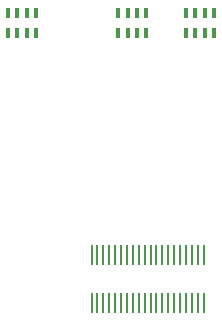
<source format=gbr>
%TF.GenerationSoftware,KiCad,Pcbnew,5.1.10-88a1d61d58~88~ubuntu20.04.1*%
%TF.CreationDate,2021-05-19T13:37:25+03:00*%
%TF.ProjectId,isc0901b0-breakout,69736330-3930-4316-9230-2d627265616b,rev2*%
%TF.SameCoordinates,Original*%
%TF.FileFunction,Paste,Top*%
%TF.FilePolarity,Positive*%
%FSLAX46Y46*%
G04 Gerber Fmt 4.6, Leading zero omitted, Abs format (unit mm)*
G04 Created by KiCad (PCBNEW 5.1.10-88a1d61d58~88~ubuntu20.04.1) date 2021-05-19 13:37:25*
%MOMM*%
%LPD*%
G01*
G04 APERTURE LIST*
%ADD10R,0.400000X0.900000*%
%ADD11R,0.250000X1.800000*%
G04 APERTURE END LIST*
D10*
%TO.C,RN3*%
X72200000Y-105550000D03*
X71400000Y-105550000D03*
X70600000Y-105550000D03*
X69800000Y-105550000D03*
X72200000Y-107250000D03*
X69800000Y-107250000D03*
X71400000Y-107250000D03*
X70600000Y-107250000D03*
%TD*%
%TO.C,RN2*%
X66450000Y-105550000D03*
X65650000Y-105550000D03*
X64850000Y-105550000D03*
X64050000Y-105550000D03*
X66450000Y-107250000D03*
X64050000Y-107250000D03*
X65650000Y-107250000D03*
X64850000Y-107250000D03*
%TD*%
%TO.C,RN1*%
X57100000Y-105550000D03*
X56300000Y-105550000D03*
X55500000Y-105550000D03*
X54700000Y-105550000D03*
X57100000Y-107250000D03*
X54700000Y-107250000D03*
X56300000Y-107250000D03*
X55500000Y-107250000D03*
%TD*%
D11*
%TO.C,J2*%
X71300000Y-126100000D03*
X70800000Y-126100000D03*
X70300000Y-126100000D03*
X69800000Y-126100000D03*
X69300000Y-126100000D03*
X68800000Y-126100000D03*
X68300000Y-126100000D03*
X67800000Y-126100000D03*
X67300000Y-126100000D03*
X66800000Y-126100000D03*
X66300000Y-126100000D03*
X65800000Y-126100000D03*
X65300000Y-126100000D03*
X64800000Y-126100000D03*
X64300000Y-126100000D03*
X63800000Y-126100000D03*
X63300000Y-126100000D03*
X62800000Y-126100000D03*
X62300000Y-126100000D03*
X61800000Y-126100000D03*
X61800000Y-130100000D03*
X62300000Y-130100000D03*
X62800000Y-130100000D03*
X63300000Y-130100000D03*
X63800000Y-130100000D03*
X64300000Y-130100000D03*
X64800000Y-130100000D03*
X65300000Y-130100000D03*
X65800000Y-130100000D03*
X66300000Y-130100000D03*
X66800000Y-130100000D03*
X67300000Y-130100000D03*
X67800000Y-130100000D03*
X68300000Y-130100000D03*
X68800000Y-130100000D03*
X69300000Y-130100000D03*
X69800000Y-130100000D03*
X70300000Y-130100000D03*
X70800000Y-130100000D03*
X71300000Y-130100000D03*
%TD*%
M02*

</source>
